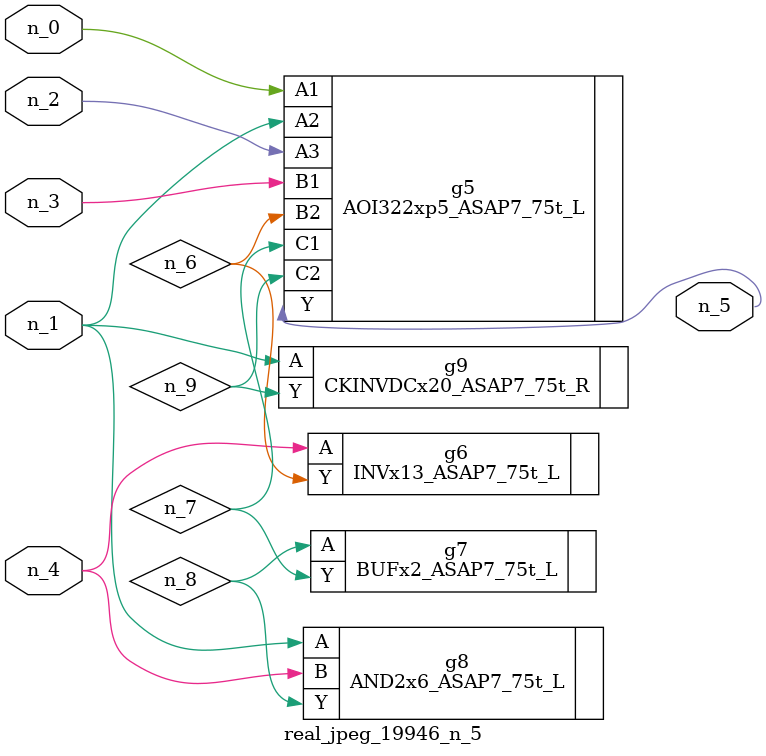
<source format=v>
module real_jpeg_19946_n_5 (n_4, n_0, n_1, n_2, n_3, n_5);

input n_4;
input n_0;
input n_1;
input n_2;
input n_3;

output n_5;

wire n_8;
wire n_6;
wire n_7;
wire n_9;

AOI322xp5_ASAP7_75t_L g5 ( 
.A1(n_0),
.A2(n_1),
.A3(n_2),
.B1(n_3),
.B2(n_6),
.C1(n_7),
.C2(n_9),
.Y(n_5)
);

AND2x6_ASAP7_75t_L g8 ( 
.A(n_1),
.B(n_4),
.Y(n_8)
);

CKINVDCx20_ASAP7_75t_R g9 ( 
.A(n_1),
.Y(n_9)
);

INVx13_ASAP7_75t_L g6 ( 
.A(n_4),
.Y(n_6)
);

BUFx2_ASAP7_75t_L g7 ( 
.A(n_8),
.Y(n_7)
);


endmodule
</source>
